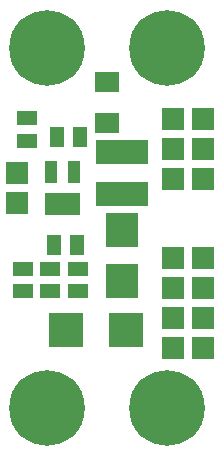
<source format=gbr>
G04 #@! TF.GenerationSoftware,KiCad,Pcbnew,(6.0.0-rc1-dev-205-gc0615c5ef)*
G04 #@! TF.CreationDate,2019-04-08T15:00:45+02:00*
G04 #@! TF.ProjectId,STEPUPDC02A,53544550555044433032412E6B696361,rev?*
G04 #@! TF.SameCoordinates,Original*
G04 #@! TF.FileFunction,Soldermask,Bot*
G04 #@! TF.FilePolarity,Negative*
%FSLAX46Y46*%
G04 Gerber Fmt 4.6, Leading zero omitted, Abs format (unit mm)*
G04 Created by KiCad (PCBNEW (6.0.0-rc1-dev-205-gc0615c5ef)) date 04/08/19 15:00:45*
%MOMM*%
%LPD*%
G01*
G04 APERTURE LIST*
%ADD10R,4.400000X2.000000*%
%ADD11C,6.400000*%
%ADD12R,1.797000X1.289000*%
%ADD13R,2.950160X2.899360*%
%ADD14R,1.289000X1.797000*%
%ADD15R,2.700000X2.900000*%
%ADD16R,1.050000X1.960000*%
%ADD17R,1.924000X1.924000*%
%ADD18R,2.100000X1.700000*%
G04 APERTURE END LIST*
D10*
G04 #@! TO.C,L1*
X11430000Y23219000D03*
X11430000Y26819000D03*
G04 #@! TD*
D11*
G04 #@! TO.C,M1*
X15240000Y35560000D03*
G04 #@! TD*
G04 #@! TO.C,M2*
X15240000Y5080000D03*
G04 #@! TD*
G04 #@! TO.C,M3*
X5080000Y5080000D03*
G04 #@! TD*
G04 #@! TO.C,M4*
X5080000Y35560000D03*
G04 #@! TD*
D12*
G04 #@! TO.C,C1*
X3048000Y14986000D03*
X3048000Y16891000D03*
G04 #@! TD*
G04 #@! TO.C,C2*
X7747000Y14986000D03*
X7747000Y16891000D03*
G04 #@! TD*
D13*
G04 #@! TO.C,C5*
X6731000Y11684000D03*
X11780520Y11684000D03*
G04 #@! TD*
D14*
G04 #@! TO.C,C6*
X5969000Y28067000D03*
X7874000Y28067000D03*
G04 #@! TD*
D12*
G04 #@! TO.C,R1*
X3429000Y27749500D03*
X3429000Y29654500D03*
G04 #@! TD*
G04 #@! TO.C,R2*
X5334000Y14986000D03*
X5334000Y16891000D03*
G04 #@! TD*
D14*
G04 #@! TO.C,R4*
X7620000Y18923000D03*
X5715000Y18923000D03*
G04 #@! TD*
D15*
G04 #@! TO.C,D1*
X11430000Y15884000D03*
X11430000Y20184000D03*
G04 #@! TD*
D16*
G04 #@! TO.C,U1*
X7366000Y22352000D03*
X6416000Y22352000D03*
X5466000Y22352000D03*
X5466000Y25052000D03*
X7366000Y25052000D03*
G04 #@! TD*
D17*
G04 #@! TO.C,J1*
X15748000Y29591000D03*
X18288000Y29591000D03*
X15748000Y27051000D03*
X18288000Y27051000D03*
X15748000Y24511000D03*
X18288000Y24511000D03*
G04 #@! TD*
G04 #@! TO.C,J4*
X15748000Y17780000D03*
X18288000Y17780000D03*
X15748000Y15240000D03*
X18288000Y15240000D03*
X15748000Y12700000D03*
X18288000Y12700000D03*
X15748000Y10160000D03*
X18288000Y10160000D03*
G04 #@! TD*
G04 #@! TO.C,J2*
X2540000Y22479000D03*
X2540000Y25019000D03*
G04 #@! TD*
D18*
G04 #@! TO.C,D2*
X10160000Y29238000D03*
X10160000Y32738000D03*
G04 #@! TD*
M02*

</source>
